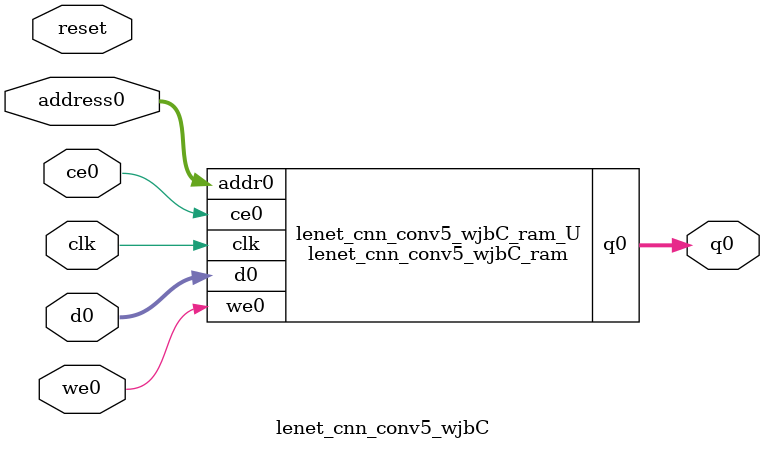
<source format=v>
`timescale 1 ns / 1 ps
module lenet_cnn_conv5_wjbC_ram (addr0, ce0, d0, we0, q0,  clk);

parameter DWIDTH = 32;
parameter AWIDTH = 16;
parameter MEM_SIZE = 48000;

input[AWIDTH-1:0] addr0;
input ce0;
input[DWIDTH-1:0] d0;
input we0;
output reg[DWIDTH-1:0] q0;
input clk;

(* ram_style = "block" *)reg [DWIDTH-1:0] ram[0:MEM_SIZE-1];




always @(posedge clk)  
begin 
    if (ce0) 
    begin
        if (we0) 
        begin 
            ram[addr0] <= d0; 
        end 
        q0 <= ram[addr0];
    end
end


endmodule

`timescale 1 ns / 1 ps
module lenet_cnn_conv5_wjbC(
    reset,
    clk,
    address0,
    ce0,
    we0,
    d0,
    q0);

parameter DataWidth = 32'd32;
parameter AddressRange = 32'd48000;
parameter AddressWidth = 32'd16;
input reset;
input clk;
input[AddressWidth - 1:0] address0;
input ce0;
input we0;
input[DataWidth - 1:0] d0;
output[DataWidth - 1:0] q0;



lenet_cnn_conv5_wjbC_ram lenet_cnn_conv5_wjbC_ram_U(
    .clk( clk ),
    .addr0( address0 ),
    .ce0( ce0 ),
    .we0( we0 ),
    .d0( d0 ),
    .q0( q0 ));

endmodule


</source>
